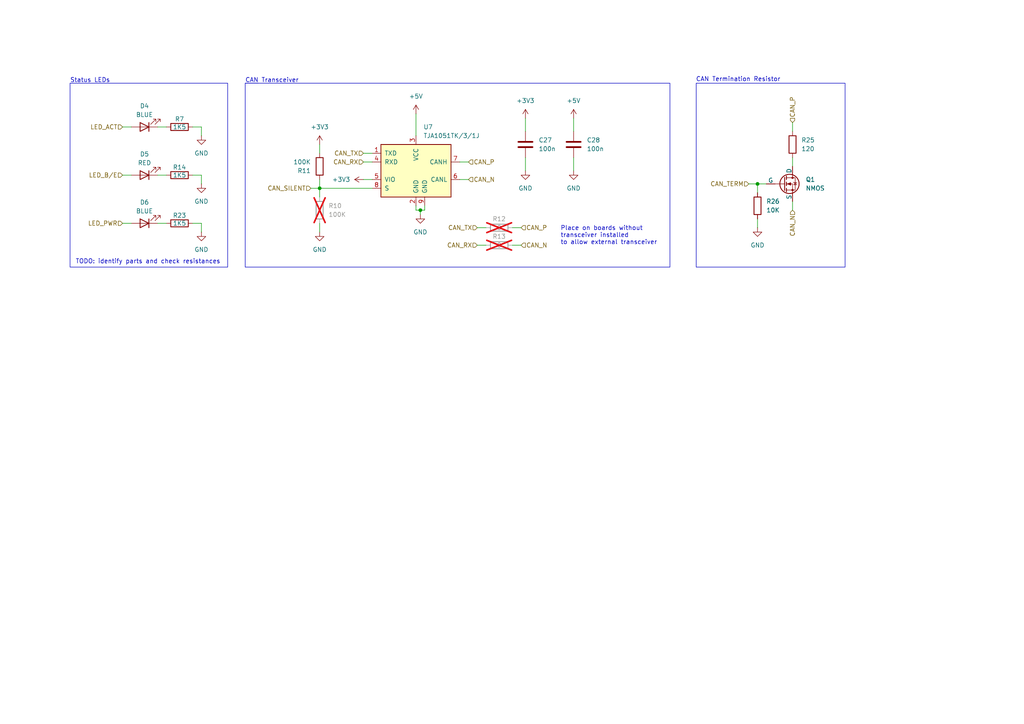
<source format=kicad_sch>
(kicad_sch (version 20250114) (generator "eeschema") (generator_version "9.0")
  (paper "A4")
  (title_block (date "2023-10-31") (rev "3") (company "Kalyan S, Vincent W, Kai G"))
  (lib_symbols
    (symbol "Device:C" (pin_numbers (hide yes)) (pin_names (offset 0.254))
      (property "Reference" "C" (at 0.635 2.54 0))
      (property "Value" "C" (at 0.635 -2.54 0))
      (symbol "C_0_1"
        (polyline (pts (xy -2.032 0.762) (xy 2.032 0.762)) (stroke (width 0.508)))
        (polyline (pts (xy -2.032 -0.762) (xy 2.032 -0.762)) (stroke (width 0.508)))
      )
      (symbol "C_1_1"
        (pin passive line (at 0 3.81 270) (length 2.794) (name "~") (number "1"))
        (pin passive line (at 0 -3.81 90) (length 2.794) (name "~") (number "2"))
      )
    )
    (symbol "Device:LED" (pin_numbers (hide yes)) (pin_names (offset 1.016) (hide yes))
      (property "Reference" "D" (at 0 2.54 0))
      (property "Value" "LED" (at 0 -2.54 0))
      (symbol "LED_0_1"
        (polyline (pts (xy -3.048 -0.762) (xy -4.572 -2.286) (xy -3.81 -2.286) (xy -4.572 -2.286) (xy -4.572 -1.524)))
        (polyline (pts (xy -1.778 -0.762) (xy -3.302 -2.286) (xy -2.54 -2.286) (xy -3.302 -2.286) (xy -3.302 -1.524)))
        (polyline (pts (xy -1.27 0) (xy 1.27 0)))
        (polyline (pts (xy -1.27 -1.27) (xy -1.27 1.27)) (stroke (width 0.254)))
        (polyline (pts (xy 1.27 -1.27) (xy 1.27 1.27) (xy -1.27 0) (xy 1.27 -1.27)) (stroke (width 0.254)))
      )
      (symbol "LED_1_1"
        (pin passive line (at -3.81 0 0) (length 2.54) (name "K") (number "1"))
        (pin passive line (at 3.81 0 180) (length 2.54) (name "A") (number "2"))
      )
    )
    (symbol "Device:R" (pin_numbers (hide yes)) (pin_names (offset 0))
      (property "Reference" "R" (at 2.032 0 90))
      (property "Value" "R" (at 0 0 90))
      (symbol "R_0_1"
        (rectangle (start -1.016 -2.54) (end 1.016 2.54) (stroke (width 0.254)))
      )
      (symbol "R_1_1"
        (pin passive line (at 0 3.81 270) (length 1.27) (name "~") (number "1"))
        (pin passive line (at 0 -3.81 90) (length 1.27) (name "~") (number "2"))
      )
    )
    (symbol "GND_1" (power) (pin_numbers (hide yes)) (pin_names (offset 0) (hide yes))
      (property "Value" "GND" (at 0 -3.81 0))
      (symbol "GND_1_0_1"
        (polyline (pts (xy 0 0) (xy 0 -1.27) (xy 1.27 -1.27) (xy 0 -2.54) (xy -1.27 -1.27) (xy 0 -1.27)))
      )
      (symbol "GND_1_1_1"
        (pin power_in line (at 0 0 270) (length 0) (name "~") (number "1"))
      )
    )
    (symbol "GND_2" (power) (pin_numbers (hide yes)) (pin_names (offset 0) (hide yes))
      (property "Value" "GND" (at 0 -3.81 0))
      (symbol "GND_2_0_1"
        (polyline (pts (xy 0 0) (xy 0 -1.27) (xy 1.27 -1.27) (xy 0 -2.54) (xy -1.27 -1.27) (xy 0 -1.27)))
      )
      (symbol "GND_2_1_1"
        (pin power_in line (at 0 0 270) (length 0) (name "~") (number "1"))
      )
    )
    (symbol "Interface_CAN_LIN:TJA1051TK-3" (pin_names (offset 1.016))
      (property "Reference" "U" (at -10.16 8.89 0))
      (property "Value" "TJA1051TK-3" (at 1.27 8.89 0))
      (symbol "TJA1051TK-3_0_1"
        (rectangle (start -10.16 7.62) (end 10.16 -7.62) (stroke (width 0.254)) (fill (type background)))
      )
      (symbol "TJA1051TK-3_1_1"
        (pin input line (at -12.7 5.08 0) (length 2.54) (name "TXD") (number "1"))
        (pin output line (at -12.7 2.54 0) (length 2.54) (name "RXD") (number "4"))
        (pin power_in line (at -12.7 -2.54 0) (length 2.54) (name "VIO") (number "5"))
        (pin input line (at -12.7 -5.08 0) (length 2.54) (name "S") (number "8"))
        (pin power_in line (at 0 10.16 270) (length 2.54) (name "VCC") (number "3"))
        (pin power_in line (at 0 -10.16 90) (length 2.54) (name "GND") (number "2"))
        (pin power_in line (at 2.54 -10.16 90) (length 2.54) (name "GND") (number "9"))
        (pin bidirectional line (at 12.7 2.54 180) (length 2.54) (name "CANH") (number "7"))
        (pin bidirectional line (at 12.7 -2.54 180) (length 2.54) (name "CANL") (number "6"))
      )
    )
    (symbol "Simulation_SPICE:NMOS" (pin_numbers (hide yes)) (pin_names (offset 0))
      (property "Reference" "Q" (at 5.08 1.27 0))
      (property "Value" "NMOS" (at 5.08 -1.27 0))
      (symbol "NMOS_0_1"
        (polyline (pts (xy 0.254 1.905) (xy 0.254 -1.905)) (stroke (width 0.254)))
        (polyline (pts (xy 0.254 0) (xy -2.54 0)))
        (polyline (pts (xy 0.762 2.286) (xy 0.762 1.27)) (stroke (width 0.254)))
        (polyline (pts (xy 0.762 0.508) (xy 0.762 -0.508)) (stroke (width 0.254)))
        (polyline (pts (xy 0.762 -1.27) (xy 0.762 -2.286)) (stroke (width 0.254)))
        (polyline (pts (xy 0.762 -1.778) (xy 3.302 -1.778) (xy 3.302 1.778) (xy 0.762 1.778)))
        (polyline (pts (xy 1.016 0) (xy 2.032 0.381) (xy 2.032 -0.381) (xy 1.016 0)) (fill (type outline)))
        (circle (center 1.651 0) (radius 2.794) (stroke (width 0.254)))
        (polyline (pts (xy 2.54 2.54) (xy 2.54 1.778)))
        (circle (center 2.54 1.778) (radius 0.254) (fill (type outline)))
        (circle (center 2.54 -1.778) (radius 0.254) (fill (type outline)))
        (polyline (pts (xy 2.54 -2.54) (xy 2.54 0) (xy 0.762 0)))
        (polyline (pts (xy 2.794 0.508) (xy 2.921 0.381) (xy 3.683 0.381) (xy 3.81 0.254)))
        (polyline (pts (xy 3.302 0.381) (xy 2.921 -0.254) (xy 3.683 -0.254) (xy 3.302 0.381)))
      )
      (symbol "NMOS_1_1"
        (pin input line (at -5.08 0 0) (length 2.54) (name "G") (number "2"))
        (pin passive line (at 2.54 5.08 270) (length 2.54) (name "D") (number "1"))
        (pin passive line (at 2.54 -5.08 90) (length 2.54) (name "S") (number "3"))
      )
    )
    (symbol "power:+3V3" (power) (pin_names (offset 0))
      (property "Value" "+3V3" (at 0 3.556 0))
      (symbol "+3V3_0_1"
        (polyline (pts (xy -0.762 1.27) (xy 0 2.54)))
        (polyline (pts (xy 0 2.54) (xy 0.762 1.27)))
        (polyline (pts (xy 0 0) (xy 0 2.54)))
      )
      (symbol "+3V3_1_1"
        (pin power_in line (at 0 0 90) (length 0) (hide yes) (name "+3V3") (number "1"))
      )
    )
    (symbol "power:+5V" (power) (pin_names (offset 0))
      (property "Value" "+5V" (at 0 3.556 0))
      (symbol "+5V_0_1"
        (polyline (pts (xy -0.762 1.27) (xy 0 2.54)))
        (polyline (pts (xy 0 2.54) (xy 0.762 1.27)))
        (polyline (pts (xy 0 0) (xy 0 2.54)))
      )
      (symbol "+5V_1_1"
        (pin power_in line (at 0 0 90) (length 0) (hide yes) (name "+5V") (number "1"))
      )
    )
    (symbol "power:GND" (power) (pin_names (offset 0))
      (property "Value" "GND" (at 0 -3.81 0))
      (symbol "GND_0_1"
        (polyline (pts (xy 0 0) (xy 0 -1.27) (xy 1.27 -1.27) (xy 0 -2.54) (xy -1.27 -1.27) (xy 0 -1.27)))
      )
      (symbol "GND_1_1"
        (pin power_in line (at 0 0 270) (length 0) (hide yes) (name "GND") (number "1"))
      )
    )
  )
  (rectangle (start 201.93 24.13) (end 245.11 77.47))
  (rectangle (start 20.32 24.13) (end 66.04 77.47))
  (rectangle (start 71.12 24.13) (end 194.31 77.47))
  (text "CAN Termination Resistor" (at 214.122 23.114 0) (effects (font (size 1.27 1.27))))
  (text "TODO: identify parts and check resistances" (at 42.926 75.946 0) (effects (font (size 1.27 1.27))))
  (text "Status LEDs" (at 20.32 24.13 0) (effects (font (size 1.27 1.27)) (justify left bottom)))
  (text "Place on boards without\ntransceiver installed\nto allow external transceiver" (at 162.56 71.12 0) (effects (font (size 1.27 1.27)) (justify left bottom)))
  (text "CAN Transceiver" (at 71.12 24.13 0) (effects (font (size 1.27 1.27)) (justify left bottom)))
  (junction (at 121.92 60.96))
  (junction (at 92.71 54.61))
  (junction (at 219.71 53.34))
  (wire (pts (xy 133.35 46.99) (xy 135.89 46.99)))
  (wire (pts (xy 133.35 52.07) (xy 135.89 52.07)))
  (wire (pts (xy 92.71 64.77) (xy 92.71 67.31)))
  (wire (pts (xy 138.43 66.04) (xy 140.97 66.04)))
  (wire (pts (xy 152.4 45.72) (xy 152.4 49.53)))
  (wire (pts (xy 217.17 53.34) (xy 219.71 53.34)))
  (wire (pts (xy 105.41 52.07) (xy 107.95 52.07)))
  (wire (pts (xy 35.56 36.83) (xy 38.1 36.83)))
  (wire (pts (xy 58.42 50.8) (xy 55.88 50.8)))
  (wire (pts (xy 92.71 54.61) (xy 92.71 57.15)))
  (wire (pts (xy 58.42 64.77) (xy 55.88 64.77)))
  (wire (pts (xy 92.71 44.45) (xy 92.71 41.91)))
  (wire (pts (xy 120.65 59.69) (xy 120.65 60.96)))
  (wire (pts (xy 45.72 50.8) (xy 48.26 50.8)))
  (wire (pts (xy 120.65 33.02) (xy 120.65 39.37)))
  (wire (pts (xy 152.4 34.29) (xy 152.4 38.1)))
  (wire (pts (xy 138.43 71.12) (xy 140.97 71.12)))
  (wire (pts (xy 92.71 54.61) (xy 107.95 54.61)))
  (wire (pts (xy 219.71 63.5) (xy 219.71 66.04)))
  (wire (pts (xy 35.56 64.77) (xy 38.1 64.77)))
  (wire (pts (xy 219.71 53.34) (xy 219.71 55.88)))
  (wire (pts (xy 58.42 67.31) (xy 58.42 64.77)))
  (wire (pts (xy 229.87 45.72) (xy 229.87 48.26)))
  (polyline (pts (xy 71.12 24.13) (xy 74.93 24.13)))
  (wire (pts (xy 148.59 66.04) (xy 151.13 66.04)))
  (wire (pts (xy 121.92 60.96) (xy 121.92 62.23)))
  (wire (pts (xy 45.72 36.83) (xy 48.26 36.83)))
  (wire (pts (xy 123.19 59.69) (xy 123.19 60.96)))
  (wire (pts (xy 166.37 34.29) (xy 166.37 38.1)))
  (wire (pts (xy 148.59 71.12) (xy 151.13 71.12)))
  (wire (pts (xy 92.71 52.07) (xy 92.71 54.61)))
  (wire (pts (xy 229.87 58.42) (xy 229.87 60.96)))
  (wire (pts (xy 120.65 60.96) (xy 121.92 60.96)))
  (wire (pts (xy 121.92 60.96) (xy 123.19 60.96)))
  (wire (pts (xy 166.37 45.72) (xy 166.37 49.53)))
  (wire (pts (xy 105.41 46.99) (xy 107.95 46.99)))
  (wire (pts (xy 105.41 44.45) (xy 107.95 44.45)))
  (wire (pts (xy 58.42 39.37) (xy 58.42 36.83)))
  (wire (pts (xy 90.17 54.61) (xy 92.71 54.61)))
  (wire (pts (xy 58.42 53.34) (xy 58.42 50.8)))
  (wire (pts (xy 45.72 64.77) (xy 48.26 64.77)))
  (wire (pts (xy 35.56 50.8) (xy 38.1 50.8)))
  (wire (pts (xy 222.25 53.34) (xy 219.71 53.34)))
  (wire (pts (xy 229.87 35.56) (xy 229.87 38.1)))
  (wire (pts (xy 58.42 36.83) (xy 55.88 36.83)))
  (hierarchical_label "CAN_SILENT" (shape input) (at 90.17 54.61 180))
  (hierarchical_label "LED_ACT" (shape input) (at 35.56 36.83 180))
  (hierarchical_label "CAN_P" (shape input) (at 229.87 35.56 90))
  (hierarchical_label "CAN_TERM" (shape input) (at 217.17 53.34 180))
  (hierarchical_label "CAN_TX" (shape input) (at 138.43 66.04 180))
  (hierarchical_label "LED_PWR" (shape input) (at 35.56 64.77 180))
  (hierarchical_label "CAN_P" (shape input) (at 151.13 66.04 0))
  (hierarchical_label "CAN_TX" (shape input) (at 105.41 44.45 180))
  (hierarchical_label "CAN_RX" (shape input) (at 138.43 71.12 180))
  (hierarchical_label "CAN_P" (shape input) (at 135.89 46.99 0))
  (hierarchical_label "CAN_N" (shape input) (at 135.89 52.07 0))
  (hierarchical_label "CAN_N" (shape input) (at 151.13 71.12 0))
  (hierarchical_label "CAN_RX" (shape input) (at 105.41 46.99 180))
  (hierarchical_label "CAN_N" (shape input) (at 229.87 60.96 270))
  (hierarchical_label "LED_B{slash}E" (shape input) (at 35.56 50.8 180))
  (symbol (lib_id "Device:LED") (at 41.91 64.77 180) (unit 1)
    (property "Reference" "D6" (at 41.91 58.674 0))
    (property "Value" "BLUE" (at 41.91 61.214 0))
    (property "Description" "Light emitting diode" (effects (hide yes)))
    (property "Sim.Pins" "1=K 2=A" (effects (hide yes)))
  )
  (symbol (lib_id "power:GND") (at 166.37 49.53 0) (unit 1)
    (property "Reference" "#PWR056" (effects (hide yes)))
    (property "Value" "GND" (at 166.37 54.61 0))
  )
  (symbol (lib_id "Device:R") (at 92.71 48.26 0) (unit 1)
    (property "Reference" "R11" (at 90.17 49.5301 0) (effects (justify right)))
    (property "Value" "100K" (at 90.17 46.9901 0) (effects (justify right)))
    (property "Footprint" "Resistor_SMD:R_0402_1005Metric" (effects (hide yes)))
  )
  (symbol (lib_id "Device:C") (at 152.4 41.91 0) (unit 1)
    (property "Reference" "C27" (at 156.21 40.6399 0) (effects (justify left)))
    (property "Value" "100n" (at 156.21 43.1799 0) (effects (justify left)))
    (property "Footprint" "Capacitor_SMD:C_0201_0603Metric" (effects (hide yes)))
  )
  (symbol (lib_id "Device:C") (at 166.37 41.91 0) (unit 1)
    (property "Reference" "C28" (at 170.18 40.6399 0) (effects (justify left)))
    (property "Value" "100n" (at 170.18 43.1799 0) (effects (justify left)))
    (property "Footprint" "Capacitor_SMD:C_0201_0603Metric" (effects (hide yes)))
  )
  (symbol (lib_id "Device:LED") (at 41.91 36.83 180) (unit 1)
    (property "Reference" "D4" (at 41.91 30.734 0))
    (property "Value" "BLUE" (at 41.91 33.274 0))
    (property "Description" "Light emitting diode" (effects (hide yes)))
    (property "Sim.Pins" "1=K 2=A" (effects (hide yes)))
  )
  (symbol (lib_id "Device:LED") (at 41.91 50.8 180) (unit 1)
    (property "Reference" "D5" (at 41.91 44.704 0))
    (property "Value" "RED" (at 41.91 47.244 0))
    (property "Description" "Light emitting diode" (effects (hide yes)))
    (property "Sim.Pins" "1=K 2=A" (effects (hide yes)))
  )
  (symbol (lib_name "GND_1") (lib_id "power:GND") (at 58.42 53.34 0) (unit 1)
    (property "Reference" "#PWR023" (effects (hide yes)))
    (property "Value" "GND" (at 58.42 58.42 0))
    (property "Description" "Power symbol creates a global label with name \"GND\" , ground" (effects (hide yes)))
  )
  (symbol (lib_id "Device:R") (at 52.07 36.83 90) (unit 1)
    (property "Reference" "R7" (at 52.07 34.544 90))
    (property "Value" "1K5" (at 52.07 36.83 90))
    (property "Description" "Resistor" (effects (hide yes)))
  )
  (symbol (lib_id "power:GND") (at 152.4 49.53 0) (unit 1)
    (property "Reference" "#PWR054" (effects (hide yes)))
    (property "Value" "GND" (at 152.4 54.61 0))
  )
  (symbol (lib_id "power:GND") (at 121.92 62.23 0) (unit 1)
    (property "Reference" "#PWR052" (effects (hide yes)))
    (property "Value" "GND" (at 121.92 67.31 0))
  )
  (symbol (lib_id "Device:R") (at 52.07 64.77 90) (unit 1)
    (property "Reference" "R23" (at 52.07 62.484 90))
    (property "Value" "1K5" (at 52.07 64.77 90))
    (property "Description" "Resistor" (effects (hide yes)))
  )
  (symbol (lib_id "power:GND") (at 92.71 67.31 0) (unit 1)
    (property "Reference" "#PWR047" (effects (hide yes)))
    (property "Value" "GND" (at 92.71 72.39 0))
  )
  (symbol (lib_id "power:+5V") (at 120.65 33.02 0) (unit 1)
    (property "Reference" "#PWR051" (effects (hide yes)))
    (property "Value" "+5V" (at 120.65 27.94 0))
  )
  (symbol (lib_id "Device:R") (at 144.78 66.04 90) (unit 1) (dnp yes)
    (property "Reference" "R12" (at 144.78 63.5 90))
    (property "Value" "0" (at 144.78 66.04 90))
    (property "Footprint" "Resistor_SMD:R_0402_1005Metric" (effects (hide yes)))
    (property "DNP" "[DNP]" (effects (hide yes)))
  )
  (symbol (lib_id "Device:R") (at 229.87 41.91 0) (unit 1)
    (property "Reference" "R25" (at 232.41 40.6399 0) (effects (justify left)))
    (property "Value" "120" (at 232.41 43.1799 0) (effects (justify left)))
    (property "Description" "Resistor" (effects (hide yes)))
  )
  (symbol (lib_id "Device:R") (at 144.78 71.12 90) (unit 1) (dnp yes)
    (property "Reference" "R13" (at 144.78 68.58 90))
    (property "Value" "0" (at 144.78 71.12 90))
    (property "Footprint" "Resistor_SMD:R_0402_1005Metric" (effects (hide yes)))
    (property "DNP" "[DNP]" (effects (hide yes)))
  )
  (symbol (lib_id "Device:R") (at 52.07 50.8 90) (unit 1)
    (property "Reference" "R14" (at 52.07 48.514 90))
    (property "Value" "1K5" (at 52.07 50.8 90))
    (property "Description" "Resistor" (effects (hide yes)))
  )
  (symbol (lib_id "power:+3V3") (at 105.41 52.07 90) (unit 1)
    (property "Reference" "#PWR048" (effects (hide yes)))
    (property "Value" "+3V3" (at 101.6 52.0699 90) (effects (justify left)))
  )
  (symbol (lib_id "power:+3V3") (at 152.4 34.29 0) (unit 1)
    (property "Reference" "#PWR053" (effects (hide yes)))
    (property "Value" "+3V3" (at 152.4 29.21 0))
  )
  (symbol (lib_id "Device:R") (at 219.71 59.69 0) (unit 1)
    (property "Reference" "R26" (at 222.25 58.4199 0) (effects (justify left)))
    (property "Value" "10K" (at 222.25 60.9599 0) (effects (justify left)))
    (property "Description" "Resistor" (effects (hide yes)))
  )
  (symbol (lib_name "GND_1") (lib_id "power:GND") (at 58.42 39.37 0) (unit 1)
    (property "Reference" "#PWR015" (effects (hide yes)))
    (property "Value" "GND" (at 58.42 44.45 0))
    (property "Description" "Power symbol creates a global label with name \"GND\" , ground" (effects (hide yes)))
  )
  (symbol (lib_id "power:+5V") (at 166.37 34.29 0) (unit 1)
    (property "Reference" "#PWR055" (effects (hide yes)))
    (property "Value" "+5V" (at 166.37 29.21 0))
  )
  (symbol (lib_id "Device:R") (at 92.71 60.96 0) (unit 1) (dnp yes)
    (property "Reference" "R10" (at 95.25 59.69 0) (effects (justify left)))
    (property "Value" "100K" (at 95.25 62.23 0) (effects (justify left)))
    (property "Footprint" "Resistor_SMD:R_0402_1005Metric" (effects (hide yes)))
    (property "DNP" "[DNP]" (effects (hide yes)))
  )
  (symbol (lib_id "Interface_CAN_LIN:TJA1051TK-3") (at 120.65 49.53 0) (unit 1)
    (property "Reference" "U7" (at 122.7933 36.83 0) (effects (justify left)))
    (property "Value" "TJA1051TK/3/1J" (at 122.7933 39.37 0) (effects (justify left)))
    (property "Footprint" "Package_DFN_QFN:DFN-8-1EP_3x3mm_P0.65mm_EP1.55x2.4mm" (effects (hide yes)))
    (property "Datasheet" "http://www.nxp.com/docs/en/data-sheet/TJA1051.pdf" (effects (hide yes)))
  )
  (symbol (lib_name "GND_2") (lib_id "power:GND") (at 219.71 66.04 0) (unit 1)
    (property "Reference" "#PWR025" (effects (hide yes)))
    (property "Value" "GND" (at 219.71 71.12 0))
    (property "Description" "Power symbol creates a global label with name \"GND\" , ground" (effects (hide yes)))
  )
  (symbol (lib_id "power:+3V3") (at 92.71 41.91 0) (unit 1)
    (property "Reference" "#PWR050" (effects (hide yes)))
    (property "Value" "+3V3" (at 92.71 36.83 0))
  )
  (symbol (lib_id "Simulation_SPICE:NMOS") (at 227.33 53.34 0) (unit 1)
    (property "Reference" "Q1" (at 233.68 52.0699 0) (effects (justify left)))
    (property "Value" "NMOS" (at 233.68 54.6099 0) (effects (justify left)))
    (property "Datasheet" "https://ngspice.sourceforge.io/docs/ngspice-html-manual/manual.xhtml#cha_MOSFETs" (effects (hide yes)))
    (property "Description" "N-MOSFET transistor, drain/source/gate" (effects (hide yes)))
    (property "Sim.Device" "NMOS" (effects (hide yes)))
    (property "Sim.Type" "VDMOS" (effects (hide yes)))
    (property "Sim.Pins" "1=D 2=G 3=S" (effects (hide yes)))
  )
  (symbol (lib_name "GND_1") (lib_id "power:GND") (at 58.42 67.31 0) (unit 1)
    (property "Reference" "#PWR024" (effects (hide yes)))
    (property "Value" "GND" (at 58.42 72.39 0))
    (property "Description" "Power symbol creates a global label with name \"GND\" , ground" (effects (hide yes)))
  )
)
</source>
